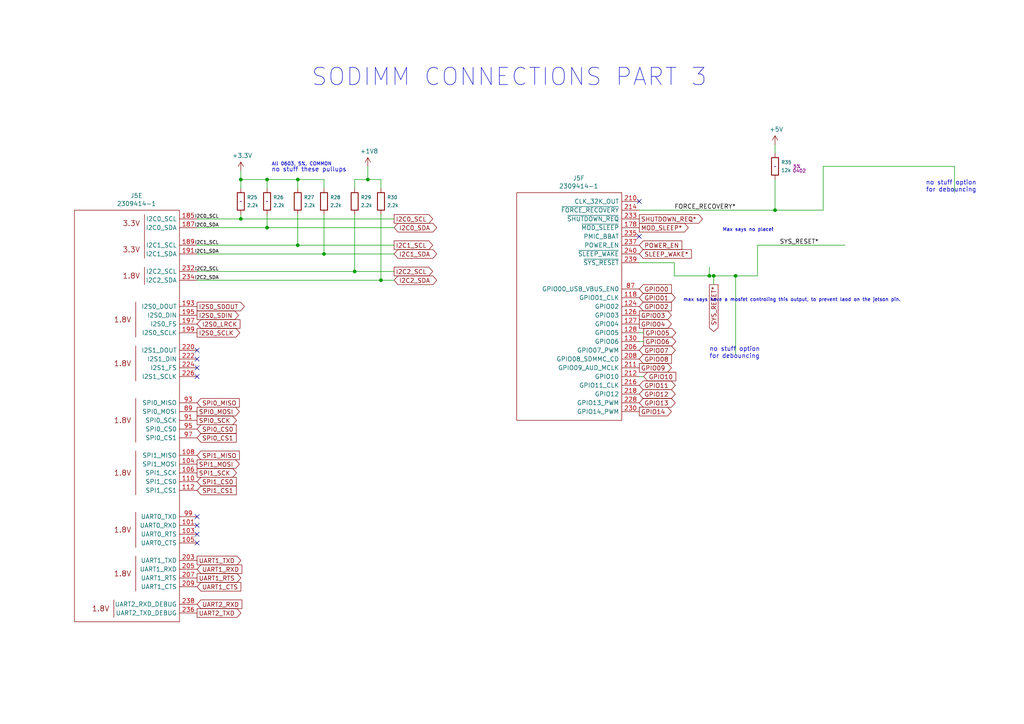
<source format=kicad_sch>
(kicad_sch (version 20231120) (generator "eeschema") (generator_version "8.0")
  (paper "A4")
  (title_block (title "Open Source Educational Baseboard") (date "2020-06-30") (rev "1.1") (company "NVIDIA"))
  (lib_symbols
    (symbol "CustomSymbols:SODIMM_260" (pin_names (offset 0.762))
      (property "Reference" "J" (at -8.89 7.62 0))
      (property "Value" "SODIMM_260" (at -8.89 5.08 0))
      (symbol "SODIMM_260_1_0"
        (pin input line (at 20.32 -27.94 180) (length 5.08) (name "PCIE0_RX0_N") (number "131"))
        (pin input line (at 20.32 -25.4 180) (length 5.08) (name "PCIE0_RX0_P") (number "133"))
        (pin output line (at 20.32 -5.08 180) (length 5.08) (name "PCIE0_TX0_N") (number "134"))
        (pin output line (at 20.32 -2.54 180) (length 5.08) (name "PCIE0_TX0_P") (number "136"))
        (pin input line (at 20.32 -33.02 180) (length 5.08) (name "PCIE0_RX1_N") (number "137"))
        (pin input line (at 20.32 -30.48 180) (length 5.08) (name "PCIE0_RX1_P") (number "139"))
        (pin output line (at 20.32 -10.16 180) (length 5.08) (name "PCIE0_TX1_N") (number "140"))
        (pin output line (at 20.32 -7.62 180) (length 5.08) (name "PCIE0_TX1_P") (number "142"))
        (pin output line (at 20.32 -15.24 180) (length 5.08) (name "PCIE0_TX2_N") (number "148"))
        (pin input line (at 20.32 -38.1 180) (length 5.08) (name "PCIE0_RX2_N") (number "149"))
        (pin output line (at 20.32 -12.7 180) (length 5.08) (name "PCIE0_TX2_P") (number "150"))
        (pin input line (at 20.32 -35.56 180) (length 5.08) (name "PCIE0_RX2_P") (number "151"))
        (pin output line (at 20.32 -20.32 180) (length 5.08) (name "PCIE0_TX3_N") (number "154"))
        (pin input line (at 20.32 -43.18 180) (length 5.08) (name "PCIE0_RX3_N") (number "155"))
        (pin output line (at 20.32 -17.78 180) (length 5.08) (name "PCIE0_TX3_P") (number "156"))
        (pin input line (at 20.32 -40.64 180) (length 5.08) (name "PCIE0_RX3_P") (number "157"))
        (pin output line (at 20.32 -50.8 180) (length 5.08) (name "PCIE0_CLK_N") (number "160"))
        (pin output line (at 20.32 -48.26 180) (length 5.08) (name "PCIE0_CLK_P") (number "162"))
        (pin no_connect line (at 20.32 -76.2 180) (length 5.08) (name "RSVD_PCIE1_RX0_N") (number "167"))
        (pin no_connect line (at 20.32 -73.66 180) (length 5.08) (name "RSVD_PCIE1_RX0_P") (number "169"))
        (pin no_connect line (at 20.32 -68.58 180) (length 5.08) (name "RSVD_PCIE1_TX0_N") (number "172"))
        (pin no_connect line (at 20.32 -81.28 180) (length 5.08) (name "RSVD_PCIE1_CLK_N") (number "173"))
        (pin no_connect line (at 20.32 -71.12 180) (length 5.08) (name "RSVD_PCIE1_TX0_P") (number "174"))
        (pin no_connect line (at 20.32 -78.74 180) (length 5.08) (name "RSVD_PCIE1_CLK_P") (number "175"))
        (pin input line (at 20.32 -60.96 180) (length 5.08) (name "~{PCIE_WAKE}") (number "179"))
        (pin bidirectional line (at 20.32 -58.42 180) (length 5.08) (name "~{PCIE0_CLKREQ}") (number "180"))
        (pin output line (at 20.32 -55.88 180) (length 5.08) (name "~{PCIE0_RST}") (number "181"))
        (pin no_connect line (at 20.32 -86.36 180) (length 5.08) (name "RSVD_PCIE1_CLKREQ#") (number "182"))
        (pin no_connect line (at 20.32 -83.82 180) (length 5.08) (name "RSVD_PCIE1_RST#") (number "183"))
      )
      (symbol "SODIMM_260_1_1"
        (rectangle (start 15.24 0) (end -15.24 -88.9))
      )
      (symbol "SODIMM_260_2_0"
        (pin bidirectional line (at 20.32 -66.04 180) (length 5.08) (name "DP1_AUX_P") (number "100"))
        (pin output line (at 20.32 -5.08 180) (length 5.08) (name "DP0_TXD0_N") (number "39"))
        (pin output line (at 20.32 -2.54 180) (length 5.08) (name "DP0_TXD0_P") (number "41"))
        (pin output line (at 20.32 -10.16 180) (length 5.08) (name "DP0_TXD1_N") (number "45"))
        (pin output line (at 20.32 -7.62 180) (length 5.08) (name "DP0_TXD1_P") (number "47"))
        (pin output line (at 20.32 -15.24 180) (length 5.08) (name "DP0_TXD2_N") (number "51"))
        (pin output line (at 20.32 -12.7 180) (length 5.08) (name "DP0_TXD2_P") (number "53"))
        (pin output line (at 20.32 -22.86 180) (length 5.08) (name "DP0_TXD3_N") (number "57"))
        (pin output line (at 20.32 -17.78 180) (length 5.08) (name "DP0_TXD3_P") (number "59"))
        (pin output line (at 20.32 -45.72 180) (length 5.08) (name "DP1_TXD0_N") (number "63"))
        (pin output line (at 20.32 -43.18 180) (length 5.08) (name "DP1_TXD0_P") (number "65"))
        (pin output line (at 20.32 -50.8 180) (length 5.08) (name "DP1_TXD1_N") (number "69"))
        (pin output line (at 20.32 -83.82 180) (length 5.08) (name "DSI_D0_N") (number "70"))
        (pin output line (at 20.32 -48.26 180) (length 5.08) (name "DP1_TXD1_P") (number "71"))
        (pin output line (at 20.32 -81.28 180) (length 5.08) (name "DSI_D0_P") (number "72"))
        (pin output line (at 20.32 -55.88 180) (length 5.08) (name "DP1_TXD2_N") (number "75"))
        (pin output line (at 20.32 -96.52 180) (length 5.08) (name "DSI_CLK_N") (number "76"))
        (pin output line (at 20.32 -53.34 180) (length 5.08) (name "DP1_TXD2_P") (number "77"))
        (pin output line (at 20.32 -93.98 180) (length 5.08) (name "DSI_CLK_P") (number "78"))
        (pin output line (at 20.32 -60.96 180) (length 5.08) (name "DP1_TXD3_N") (number "81"))
        (pin output line (at 20.32 -88.9 180) (length 5.08) (name "DSI_D1_N") (number "82"))
        (pin output line (at 20.32 -58.42 180) (length 5.08) (name "DP1_TXD3_P") (number "83"))
        (pin output line (at 20.32 -86.36 180) (length 5.08) (name "DSI_D1_P") (number "84"))
        (pin input line (at 20.32 -33.02 180) (length 5.08) (name "DP0_HPD") (number "88"))
        (pin bidirectional line (at 20.32 -27.94 180) (length 5.08) (name "DP0_AUX_N") (number "90"))
        (pin bidirectional line (at 20.32 -25.4 180) (length 5.08) (name "DP0_AUX_P") (number "92"))
        (pin bidirectional line (at 20.32 -35.56 180) (length 5.08) (name "HDMI_CEC") (number "94"))
        (pin input line (at 20.32 -73.66 180) (length 5.08) (name "DP1_HPD") (number "96"))
        (pin bidirectional line (at 20.32 -68.58 180) (length 5.08) (name "DP1_AUX_N") (number "98"))
      )
      (symbol "SODIMM_260_2_1"
        (rectangle (start 15.24 0) (end -15.24 -99.06))
      )
      (symbol "SODIMM_260_3_0"
        (polyline (pts (xy 1.27 -138.43) (xy 1.27 -143.51)))
        (polyline (pts (xy 1.27 -125.73) (xy 1.27 -135.89)))
        (text "1.8V" (at -2.54 -130.81 0) (effects (font (size 1.524 1.524))))
        (text "3.3V" (at -2.54 -140.97 0) (effects (font (size 1.524 1.524))))
        (pin input line (at 20.32 -17.78 180) (length 5.08) (name "CSI0_CLK_N") (number "10"))
        (pin no_connect line (at 20.32 -38.1 180) (length 5.08) (name "RSVD_CSI1_CLK_P") (number "11"))
        (pin output line (at 20.32 -129.54 180) (length 5.08) (name "CAM0_PWDN") (number "114"))
        (pin output line (at 20.32 -127 180) (length 5.08) (name "CAM0_MCLK") (number "116"))
        (pin input line (at 20.32 -15.24 180) (length 5.08) (name "CSI0_CLK_P") (number "12"))
        (pin output line (at 20.32 -134.62 180) (length 5.08) (name "CAM1_PWDN") (number "120"))
        (pin output line (at 20.32 -132.08 180) (length 5.08) (name "CAM1_MCLK") (number "122"))
        (pin input line (at 20.32 -33.02 180) (length 5.08) (name "CSI1_D1_N") (number "15"))
        (pin input line (at 20.32 -10.16 180) (length 5.08) (name "CSI0_D1_N") (number "16"))
        (pin input line (at 20.32 -30.48 180) (length 5.08) (name "CSI1_D1_P") (number "17"))
        (pin input line (at 20.32 -7.62 180) (length 5.08) (name "CSI0_D1_P") (number "18"))
        (pin input line (at 20.32 -73.66 180) (length 5.08) (name "CSI3_D0_N") (number "21"))
        (pin bidirectional line (at 20.32 -139.7 180) (length 5.08) (name "CAM_I2C_SCL") (number "213"))
        (pin bidirectional line (at 20.32 -142.24 180) (length 5.08) (name "CAM_I2C_SDA") (number "215"))
        (pin input line (at 20.32 -50.8 180) (length 5.08) (name "CSI2_D0_N") (number "22"))
        (pin input line (at 20.32 -71.12 180) (length 5.08) (name "CSI3_D0_P") (number "23"))
        (pin input line (at 20.32 -48.26 180) (length 5.08) (name "CSI2_D0_P") (number "24"))
        (pin input line (at 20.32 -86.36 180) (length 5.08) (name "CSI3_CLK_N") (number "27"))
        (pin input line (at 20.32 -63.5 180) (length 5.08) (name "CSI2_CLK_N") (number "28"))
        (pin input line (at 20.32 -83.82 180) (length 5.08) (name "CSI3_CLK_P") (number "29"))
        (pin input line (at 20.32 -27.94 180) (length 5.08) (name "CSI1_D0_N") (number "3"))
        (pin input line (at 20.32 -60.96 180) (length 5.08) (name "CSI2_CLK_P") (number "30"))
        (pin input line (at 20.32 -78.74 180) (length 5.08) (name "CSI3_D1_N") (number "33"))
        (pin input line (at 20.32 -55.88 180) (length 5.08) (name "CSI2_D1_N") (number "34"))
        (pin input line (at 20.32 -76.2 180) (length 5.08) (name "CSI3_D1_P") (number "35"))
        (pin input line (at 20.32 -53.34 180) (length 5.08) (name "CSI2_D1_P") (number "36"))
        (pin input line (at 20.32 -5.08 180) (length 5.08) (name "CSI0_D0_N") (number "4"))
        (pin input line (at 20.32 -106.68 180) (length 5.08) (name "CSI4_D2_N") (number "40"))
        (pin input line (at 20.32 -104.14 180) (length 5.08) (name "CSI4_D2_P") (number "42"))
        (pin input line (at 20.32 -96.52 180) (length 5.08) (name "CSI4_D0_N") (number "46"))
        (pin input line (at 20.32 -93.98 180) (length 5.08) (name "CSI4_D0_P") (number "48"))
        (pin input line (at 20.32 -25.4 180) (length 5.08) (name "CSI1_D0_P") (number "5"))
        (pin input line (at 20.32 -119.38 180) (length 5.08) (name "CSI4_CLK_N") (number "52"))
        (pin input line (at 20.32 -116.84 180) (length 5.08) (name "CSI4_CLK_P") (number "54"))
        (pin input line (at 20.32 -101.6 180) (length 5.08) (name "CSI4_D1_N") (number "58"))
        (pin input line (at 20.32 -2.54 180) (length 5.08) (name "CSI0_D0_P") (number "6"))
        (pin input line (at 20.32 -99.06 180) (length 5.08) (name "CSI4_D1_P") (number "60"))
        (pin input line (at 20.32 -111.76 180) (length 5.08) (name "CSI4_D3_N") (number "64"))
        (pin input line (at 20.32 -109.22 180) (length 5.08) (name "CSI4_D3_P") (number "66"))
        (pin no_connect line (at 20.32 -40.64 180) (length 5.08) (name "RSVD_CSI1_CLK_N") (number "9"))
      )
      (symbol "SODIMM_260_3_1"
        (rectangle (start 15.24 0) (end -15.24 -144.78))
      )
      (symbol "SODIMM_260_4_0"
        (pin bidirectional line (at 20.32 -58.42 180) (length 5.08) (name "USB0_D_N") (number "109"))
        (pin bidirectional line (at 20.32 -55.88 180) (length 5.08) (name "USB0_D_P") (number "111"))
        (pin bidirectional line (at 20.32 -66.04 180) (length 5.08) (name "USB1_D_N") (number "115"))
        (pin bidirectional line (at 20.32 -63.5 180) (length 5.08) (name "USB1_D_P") (number "117"))
        (pin bidirectional line (at 20.32 -73.66 180) (length 5.08) (name "USB2_D_N") (number "121"))
        (pin bidirectional line (at 20.32 -71.12 180) (length 5.08) (name "USB2_D_P") (number "123"))
        (pin no_connect line (at 20.32 -101.6 180) (length 5.08) (name "RSVD_CAN_RX") (number "143"))
        (pin no_connect line (at 20.32 -99.06 180) (length 5.08) (name "RSVD_CAN_TX") (number "145"))
        (pin input line (at 20.32 -91.44 180) (length 5.08) (name "USBSS_RX_N") (number "161"))
        (pin input line (at 20.32 -88.9 180) (length 5.08) (name "USBSS_RX_P") (number "163"))
        (pin output line (at 20.32 -83.82 180) (length 5.08) (name "USBSS_TX_N") (number "166"))
        (pin output line (at 20.32 -81.28 180) (length 5.08) (name "USBSS_TX_P") (number "168"))
        (pin bidirectional line (at 20.32 -5.08 180) (length 5.08) (name "GBE_MDI0_N") (number "184"))
        (pin bidirectional line (at 20.32 -2.54 180) (length 5.08) (name "GBE_MDI0_P") (number "186"))
        (pin output line (at 20.32 -25.4 180) (length 5.08) (name "GBE_LED_LINK") (number "188"))
        (pin bidirectional line (at 20.32 -10.16 180) (length 5.08) (name "GBE_MDI1_N") (number "190"))
        (pin bidirectional line (at 20.32 -7.62 180) (length 5.08) (name "GBE_MDI1_P") (number "192"))
        (pin output line (at 20.32 -27.94 180) (length 5.08) (name "GBE_LED_ACT") (number "194"))
        (pin bidirectional line (at 20.32 -15.24 180) (length 5.08) (name "GBE_MDI2_N") (number "196"))
        (pin bidirectional line (at 20.32 -12.7 180) (length 5.08) (name "GBE_MDI2_P") (number "198"))
        (pin bidirectional line (at 20.32 -20.32 180) (length 5.08) (name "GBE_MDI3_N") (number "202"))
        (pin bidirectional line (at 20.32 -17.78 180) (length 5.08) (name "GBE_MDI3_P") (number "204"))
        (pin bidirectional line (at 20.32 -35.56 180) (length 5.08) (name "SDMMC_DAT0") (number "219"))
        (pin bidirectional line (at 20.32 -38.1 180) (length 5.08) (name "SDMMC_DAT1") (number "221"))
        (pin bidirectional line (at 20.32 -40.64 180) (length 5.08) (name "SDMMC_DAT2") (number "223"))
        (pin bidirectional line (at 20.32 -43.18 180) (length 5.08) (name "SDMMC_DAT3") (number "225"))
        (pin bidirectional line (at 20.32 -45.72 180) (length 5.08) (name "SDMMC_CMD") (number "227"))
        (pin output line (at 20.32 -48.26 180) (length 5.08) (name "SDMMC_CLK") (number "229"))
      )
      (symbol "SODIMM_260_4_1"
        (rectangle (start 15.24 0) (end -15.24 -104.14))
      )
      (symbol "SODIMM_260_5_0"
        (polyline (pts (xy -3.81 -113.03) (xy -3.81 -118.11)))
        (polyline (pts (xy 2.54 -100.33) (xy 2.54 -110.49)))
        (polyline (pts (xy 2.54 -87.63) (xy 2.54 -97.79)))
        (polyline (pts (xy 2.54 -69.85) (xy 2.54 -82.55)))
        (polyline (pts (xy 2.54 -54.61) (xy 2.54 -67.31)))
        (polyline (pts (xy 2.54 -39.37) (xy 2.54 -49.53)))
        (polyline (pts (xy 2.54 -26.67) (xy 2.54 -36.83)))
        (polyline (pts (xy 5.08 -16.51) (xy 5.08 -21.59)))
        (polyline (pts (xy 5.08 -1.27) (xy 5.08 -13.97)))
        (text "1.8V" (at -7.62 -115.57 0) (effects (font (size 1.524 1.524))))
        (text "1.8V" (at -1.27 -105.41 0) (effects (font (size 1.524 1.524))))
        (text "1.8V" (at -1.27 -92.71 0) (effects (font (size 1.524 1.524))))
        (text "1.8V" (at -1.27 -76.2 0) (effects (font (size 1.524 1.524))))
        (text "1.8V" (at -1.27 -60.96 0) (effects (font (size 1.524 1.524))))
        (text "1.8V" (at -1.27 -44.45 0) (effects (font (size 1.524 1.524))))
        (text "1.8V" (at -1.27 -31.75 0) (effects (font (size 1.524 1.524))))
        (text "1.8V" (at 1.27 -19.05 0) (effects (font (size 1.524 1.524))))
        (text "3.3V" (at 1.27 -11.43 0) (effects (font (size 1.524 1.524))))
        (text "3.3V" (at 1.27 -3.81 0) (effects (font (size 1.524 1.524))))
        (pin input line (at 20.32 -91.44 180) (length 5.08) (name "UART0_RXD") (number "101"))
        (pin output line (at 20.32 -93.98 180) (length 5.08) (name "UART0_RTS") (number "103"))
        (pin bidirectional line (at 20.32 -73.66 180) (length 5.08) (name "SPI1_MOSI") (number "104"))
        (pin input line (at 20.32 -96.52 180) (length 5.08) (name "UART0_CTS") (number "105"))
        (pin bidirectional line (at 20.32 -76.2 180) (length 5.08) (name "SPI1_SCK") (number "106"))
        (pin bidirectional line (at 20.32 -71.12 180) (length 5.08) (name "SPI1_MISO") (number "108"))
        (pin bidirectional line (at 20.32 -78.74 180) (length 5.08) (name "SPI1_CS0") (number "110"))
        (pin bidirectional line (at 20.32 -81.28 180) (length 5.08) (name "SPI1_CS1") (number "112"))
        (pin bidirectional line (at 20.32 -2.54 180) (length 5.08) (name "I2C0_SCL") (number "185"))
        (pin bidirectional line (at 20.32 -5.08 180) (length 5.08) (name "I2C0_SDA") (number "187"))
        (pin bidirectional line (at 20.32 -10.16 180) (length 5.08) (name "I2C1_SCL") (number "189"))
        (pin bidirectional line (at 20.32 -12.7 180) (length 5.08) (name "I2C1_SDA") (number "191"))
        (pin passive line (at 20.32 -27.94 180) (length 5.08) (name "I2S0_DOUT") (number "193"))
        (pin input line (at 20.32 -30.48 180) (length 5.08) (name "I2S0_DIN") (number "195"))
        (pin bidirectional line (at 20.32 -33.02 180) (length 5.08) (name "I2S0_FS") (number "197"))
        (pin bidirectional line (at 20.32 -35.56 180) (length 5.08) (name "I2S0_SCLK") (number "199"))
        (pin output line (at 20.32 -101.6 180) (length 5.08) (name "UART1_TXD") (number "203"))
        (pin input line (at 20.32 -104.14 180) (length 5.08) (name "UART1_RXD") (number "205"))
        (pin output line (at 20.32 -106.68 180) (length 5.08) (name "UART1_RTS") (number "207"))
        (pin input line (at 20.32 -109.22 180) (length 5.08) (name "UART1_CTS") (number "209"))
        (pin output line (at 20.32 -40.64 180) (length 5.08) (name "I2S1_DOUT") (number "220"))
        (pin input line (at 20.32 -43.18 180) (length 5.08) (name "I2S1_DIN") (number "222"))
        (pin bidirectional line (at 20.32 -45.72 180) (length 5.08) (name "I2S1_FS") (number "224"))
        (pin bidirectional line (at 20.32 -48.26 180) (length 5.08) (name "I2S1_SCLK") (number "226"))
        (pin bidirectional line (at 20.32 -17.78 180) (length 5.08) (name "I2C2_SCL") (number "232"))
        (pin bidirectional line (at 20.32 -20.32 180) (length 5.08) (name "I2C2_SDA") (number "234"))
        (pin output line (at 20.32 -116.84 180) (length 5.08) (name "UART2_TXD_DEBUG") (number "236"))
        (pin input line (at 20.32 -114.3 180) (length 5.08) (name "UART2_RXD_DEBUG") (number "238"))
        (pin bidirectional line (at 20.32 -58.42 180) (length 5.08) (name "SPI0_MOSI") (number "89"))
        (pin bidirectional line (at 20.32 -60.96 180) (length 5.08) (name "SPI0_SCK") (number "91"))
        (pin bidirectional line (at 20.32 -55.88 180) (length 5.08) (name "SPI0_MISO") (number "93"))
        (pin bidirectional line (at 20.32 -63.5 180) (length 5.08) (name "SPI0_CS0") (number "95"))
        (pin bidirectional line (at 20.32 -66.04 180) (length 5.08) (name "SPI0_CS1") (number "97"))
        (pin output line (at 20.32 -88.9 180) (length 5.08) (name "UART0_TXD") (number "99"))
      )
      (symbol "SODIMM_260_5_1"
        (rectangle (start 15.24 0) (end -15.24 -119.38))
      )
      (symbol "SODIMM_260_6_0"
        (pin bidirectional line (at 20.32 -30.48 180) (length 5.08) (name "GPIO01_CLK") (number "118"))
        (pin bidirectional line (at 20.32 -33.02 180) (length 5.08) (name "GPIO02") (number "124"))
        (pin bidirectional line (at 20.32 -35.56 180) (length 5.08) (name "GPIO03") (number "126"))
        (pin bidirectional line (at 20.32 -38.1 180) (length 5.08) (name "GPIO04") (number "127"))
        (pin bidirectional line (at 20.32 -40.64 180) (length 5.08) (name "GPIO05") (number "128"))
        (pin bidirectional line (at 20.32 -43.18 180) (length 5.08) (name "GPIO06") (number "130"))
        (pin output line (at 20.32 -10.16 180) (length 5.08) (name "~{MOD_SLEEP}") (number "178"))
        (pin bidirectional line (at 20.32 -45.72 180) (length 5.08) (name "GPIO07_PWM") (number "206"))
        (pin bidirectional line (at 20.32 -48.26 180) (length 5.08) (name "GPIO08_SDMMC_CD") (number "208"))
        (pin output line (at 20.32 -2.54 180) (length 5.08) (name "CLK_32K_OUT") (number "210"))
        (pin bidirectional line (at 20.32 -50.8 180) (length 5.08) (name "GPIO09_AUD_MCLK") (number "211"))
        (pin bidirectional line (at 20.32 -53.34 180) (length 5.08) (name "GPIO10") (number "212"))
        (pin input line (at 20.32 -5.08 180) (length 5.08) (name "~{FORCE_RECOVERY}") (number "214"))
        (pin bidirectional line (at 20.32 -55.88 180) (length 5.08) (name "GPIO11_CLK") (number "216"))
        (pin bidirectional line (at 20.32 -58.42 180) (length 5.08) (name "GPIO12") (number "218"))
        (pin bidirectional line (at 20.32 -60.96 180) (length 5.08) (name "GPIO13_PWM") (number "228"))
        (pin bidirectional line (at 20.32 -63.5 180) (length 5.08) (name "GPIO14_PWM") (number "230"))
        (pin output line (at 20.32 -7.62 180) (length 5.08) (name "~{SHUTDOWN_REQ}") (number "233"))
        (pin bidirectional line (at 20.32 -12.7 180) (length 5.08) (name "PMIC_BBAT") (number "235"))
        (pin input line (at 20.32 -15.24 180) (length 5.08) (name "POWER_EN") (number "237"))
        (pin bidirectional line (at 20.32 -20.32 180) (length 5.08) (name "~{SYS_RESET}") (number "239"))
        (pin output line (at 20.32 -17.78 180) (length 5.08) (name "~{SLEEP_WAKE}") (number "240"))
        (pin bidirectional line (at 20.32 -27.94 180) (length 5.08) (name "GPIO00_USB_VBUS_EN0") (number "87"))
      )
      (symbol "SODIMM_260_6_1"
        (rectangle (start 15.24 0) (end -15.24 -66.04))
      )
      (symbol "SODIMM_260_7_0"
        (pin power_in line (at 20.32 -2.54 180) (length 5.08) (name "GND") (number "1"))
        (pin power_in line (at 20.32 -78.74 180) (length 5.08) (name "GND") (number "102"))
        (pin power_in line (at 20.32 -81.28 180) (length 5.08) (name "GND") (number "107"))
        (pin power_in line (at 20.32 -83.82 180) (length 5.08) (name "GND") (number "113"))
        (pin power_in line (at 20.32 -86.36 180) (length 5.08) (name "GND") (number "119"))
        (pin power_in line (at 20.32 -88.9 180) (length 5.08) (name "GND") (number "125"))
        (pin power_in line (at 20.32 -91.44 180) (length 5.08) (name "GND") (number "129"))
        (pin power_in line (at 20.32 -12.7 180) (length 5.08) (name "GND") (number "13"))
        (pin power_in line (at 20.32 -93.98 180) (length 5.08) (name "GND") (number "132"))
        (pin power_in line (at 20.32 -96.52 180) (length 5.08) (name "GND") (number "135"))
        (pin power_in line (at 20.32 -99.06 180) (length 5.08) (name "GND") (number "138"))
        (pin power_in line (at 20.32 -15.24 180) (length 5.08) (name "GND") (number "14"))
        (pin power_in line (at 20.32 -101.6 180) (length 5.08) (name "GND") (number "141"))
        (pin power_in line (at 20.32 -104.14 180) (length 5.08) (name "GND") (number "144"))
        (pin power_in line (at 20.32 -106.68 180) (length 5.08) (name "GND") (number "146"))
        (pin power_in line (at 20.32 -109.22 180) (length 5.08) (name "GND") (number "147"))
        (pin power_in line (at 20.32 -111.76 180) (length 5.08) (name "GND") (number "152"))
        (pin power_in line (at 20.32 -114.3 180) (length 5.08) (name "GND") (number "153"))
        (pin power_in line (at 20.32 -116.84 180) (length 5.08) (name "GND") (number "158"))
        (pin power_in line (at 20.32 -119.38 180) (length 5.08) (name "GND") (number "159"))
        (pin power_in line (at 20.32 -121.92 180) (length 5.08) (name "GND") (number "164"))
        (pin power_in line (at 20.32 -124.46 180) (length 5.08) (name "GND") (number "165"))
        (pin power_in line (at 20.32 -127 180) (length 5.08) (name "GND") (number "170"))
        (pin power_in line (at 20.32 -129.54 180) (length 5.08) (name "GND") (number "171"))
        (pin power_in line (at 20.32 -132.08 180) (length 5.08) (name "GND") (number "176"))
        (pin power_in line (at 20.32 -134.62 180) (length 5.08) (name "GND") (number "177"))
        (pin power_in line (at 20.32 -17.78 180) (length 5.08) (name "GND") (number "19"))
        (pin power_in line (at 20.32 -5.08 180) (length 5.08) (name "GND") (number "2"))
        (pin power_in line (at 20.32 -20.32 180) (length 5.08) (name "GND") (number "20"))
        (pin power_in line (at 20.32 -137.16 180) (length 5.08) (name "GND") (number "200"))
        (pin power_in line (at 20.32 -139.7 180) (length 5.08) (name "GND") (number "201"))
        (pin power_in line (at 20.32 -142.24 180) (length 5.08) (name "GND") (number "217"))
        (pin power_in line (at 20.32 -144.78 180) (length 5.08) (name "GND") (number "231"))
        (pin power_in line (at 20.32 -22.86 180) (length 5.08) (name "GND") (number "25"))
        (pin power_in line (at 20.32 -25.4 180) (length 5.08) (name "GND") (number "26"))
        (pin power_in line (at 20.32 -27.94 180) (length 5.08) (name "GND") (number "31"))
        (pin power_in line (at 20.32 -30.48 180) (length 5.08) (name "GND") (number "32"))
        (pin power_in line (at 20.32 -33.02 180) (length 5.08) (name "GND") (number "37"))
        (pin power_in line (at 20.32 -35.56 180) (length 5.08) (name "GND") (number "38"))
        (pin power_in line (at 20.32 -38.1 180) (length 5.08) (name "GND") (number "43"))
        (pin power_in line (at 20.32 -40.64 180) (length 5.08) (name "GND") (number "44"))
        (pin power_in line (at 20.32 -43.18 180) (length 5.08) (name "GND") (number "49"))
        (pin power_in line (at 20.32 -45.72 180) (length 5.08) (name "GND") (number "50"))
        (pin power_in line (at 20.32 -48.26 180) (length 5.08) (name "GND") (number "55"))
        (pin power_in line (at 20.32 -50.8 180) (length 5.08) (name "GND") (number "56"))
        (pin power_in line (at 20.32 -53.34 180) (length 5.08) (name "GND") (number "61"))
        (pin power_in line (at 20.32 -55.88 180) (length 5.08) (name "GND") (number "62"))
        (pin power_in line (at 20.32 -58.42 180) (length 5.08) (name "GND") (number "67"))
        (pin power_in line (at 20.32 -60.96 180) (length 5.08) (name "GND") (number "68"))
        (pin power_in line (at 20.32 -7.62 180) (length 5.08) (name "GND") (number "7"))
        (pin power_in line (at 20.32 -63.5 180) (length 5.08) (name "GND") (number "73"))
        (pin power_in line (at 20.32 -66.04 180) (length 5.08) (name "GND") (number "74"))
        (pin power_in line (at 20.32 -68.58 180) (length 5.08) (name "GND") (number "79"))
        (pin power_in line (at 20.32 -10.16 180) (length 5.08) (name "GND") (number "8"))
        (pin power_in line (at 20.32 -71.12 180) (length 5.08) (name "GND") (number "80"))
        (pin power_in line (at 20.32 -73.66 180) (length 5.08) (name "GND") (number "85"))
        (pin power_in line (at 20.32 -76.2 180) (length 5.08) (name "GND") (number "86"))
      )
      (symbol "SODIMM_260_7_1"
        (rectangle (start 15.24 0) (end -15.24 -147.32))
      )
      (symbol "SODIMM_260_8_0"
        (pin power_in line (at 20.32 -33.02 180) (length 5.08) (name "GND") (number "241"))
        (pin power_in line (at 20.32 -35.56 180) (length 5.08) (name "GND") (number "242"))
        (pin power_in line (at 20.32 -38.1 180) (length 5.08) (name "GND") (number "243"))
        (pin power_in line (at 20.32 -40.64 180) (length 5.08) (name "GND") (number "244"))
        (pin power_in line (at 20.32 -43.18 180) (length 5.08) (name "GND") (number "245"))
        (pin power_in line (at 20.32 -45.72 180) (length 5.08) (name "GND") (number "246"))
        (pin power_in line (at 20.32 -48.26 180) (length 5.08) (name "GND") (number "247"))
        (pin power_in line (at 20.32 -50.8 180) (length 5.08) (name "GND") (number "248"))
        (pin power_in line (at 20.32 -53.34 180) (length 5.08) (name "GND") (number "249"))
        (pin power_in line (at 20.32 -55.88 180) (length 5.08) (name "GND") (number "250"))
        (pin power_in line (at 20.32 -2.54 180) (length 5.08) (name "VDD") (number "251"))
        (pin power_in line (at 20.32 -5.08 180) (length 5.08) (name "VDD") (number "252"))
        (pin power_in line (at 20.32 -7.62 180) (length 5.08) (name "VDD") (number "253"))
        (pin power_in line (at 20.32 -10.16 180) (length 5.08) (name "VDD") (number "254"))
        (pin power_in line (at 20.32 -12.7 180) (length 5.08) (name "VDD") (number "255"))
        (pin power_in line (at 20.32 -15.24 180) (length 5.08) (name "VDD") (number "256"))
        (pin power_in line (at 20.32 -17.78 180) (length 5.08) (name "VDD") (number "257"))
        (pin power_in line (at 20.32 -20.32 180) (length 5.08) (name "VDD") (number "258"))
        (pin power_in line (at 20.32 -22.86 180) (length 5.08) (name "VDD") (number "259"))
        (pin power_in line (at 20.32 -25.4 180) (length 5.08) (name "VDD") (number "260"))
      )
      (symbol "SODIMM_260_8_1"
        (rectangle (start 15.24 0) (end -15.24 -58.42))
      )
    )
    (symbol "Device:R" (pin_numbers hide) (pin_names (offset 0))
      (property "Reference" "R" (at 2.032 0 90))
      (property "Value" "R" (at 0 0 90))
      (symbol "R_0_1"
        (rectangle (start -1.016 -2.54) (end 1.016 2.54) (stroke (width 0.254)))
      )
      (symbol "R_1_1"
        (pin passive line (at 0 3.81 270) (length 1.27) (name "~") (number "1"))
        (pin passive line (at 0 -3.81 90) (length 1.27) (name "~") (number "2"))
      )
    )
    (symbol "power:+1V8" (power) (pin_names (offset 0))
      (property "Value" "+1V8" (at 0 3.556 0))
      (symbol "+1V8_0_1"
        (polyline (pts (xy -0.762 1.27) (xy 0 2.54)))
        (polyline (pts (xy 0 0) (xy 0 2.54)))
        (polyline (pts (xy 0 2.54) (xy 0.762 1.27)))
      )
      (symbol "+1V8_1_1"
        (pin power_in line (at 0 0 90) (length 0) hide (name "+1V8") (number "1"))
      )
    )
    (symbol "power:+3.3V" (power) (pin_names (offset 0))
      (property "Value" "+3.3V" (at 0 3.556 0))
      (symbol "+3.3V_0_1"
        (polyline (pts (xy -0.762 1.27) (xy 0 2.54)))
        (polyline (pts (xy 0 0) (xy 0 2.54)))
        (polyline (pts (xy 0 2.54) (xy 0.762 1.27)))
      )
      (symbol "+3.3V_1_1"
        (pin power_in line (at 0 0 90) (length 0) hide (name "+3.3V") (number "1"))
      )
    )
    (symbol "power:+5V" (power) (pin_names (offset 0))
      (property "Value" "+5V" (at 0 3.556 0))
      (symbol "+5V_0_1"
        (polyline (pts (xy -0.762 1.27) (xy 0 2.54)))
        (polyline (pts (xy 0 0) (xy 0 2.54)))
        (polyline (pts (xy 0 2.54) (xy 0.762 1.27)))
      )
      (symbol "+5V_1_1"
        (pin power_in line (at 0 0 90) (length 0) hide (name "+5V") (number "1"))
      )
    )
  )
  (junction (at 86.36 71.12))
  (junction (at 224.79 60.96))
  (junction (at 213.36 80.01))
  (junction (at 207.01 80.01))
  (junction (at 69.85 63.5))
  (junction (at 110.49 81.28))
  (junction (at 102.87 78.74))
  (junction (at 69.85 52.07))
  (junction (at 77.47 52.07))
  (junction (at 77.47 66.04))
  (junction (at 93.98 73.66))
  (junction (at 86.36 52.07))
  (junction (at 106.68 52.07))
  (junction (at 205.74 80.01))
  (no_connect (at 57.15 109.22))
  (no_connect (at 57.15 149.86))
  (no_connect (at 57.15 101.6))
  (no_connect (at 57.15 104.14))
  (no_connect (at 185.42 68.58))
  (no_connect (at 57.15 157.48))
  (no_connect (at 57.15 152.4))
  (no_connect (at 185.42 58.42))
  (no_connect (at 57.15 154.94))
  (no_connect (at 57.15 106.68))
  (wire (pts (xy 57.15 73.66) (xy 93.98 73.66)))
  (wire (pts (xy 69.85 52.07) (xy 77.47 52.07)))
  (wire (pts (xy 86.36 54.61) (xy 86.36 52.07)))
  (wire (pts (xy 93.98 52.07) (xy 93.98 54.61)))
  (wire (pts (xy 57.15 78.74) (xy 102.87 78.74)))
  (wire (pts (xy 77.47 66.04) (xy 114.3 66.04)))
  (wire (pts (xy 86.36 62.23) (xy 86.36 71.12)))
  (wire (pts (xy 186.69 96.52) (xy 185.42 96.52)))
  (wire (pts (xy 86.36 52.07) (xy 93.98 52.07)))
  (wire (pts (xy 77.47 62.23) (xy 77.47 66.04)))
  (wire (pts (xy 93.98 73.66) (xy 114.3 73.66)))
  (wire (pts (xy 186.69 99.06) (xy 185.42 99.06)))
  (wire (pts (xy 219.71 71.12) (xy 219.71 80.01)))
  (wire (pts (xy 57.15 81.28) (xy 110.49 81.28)))
  (wire (pts (xy 106.68 52.07) (xy 110.49 52.07)))
  (wire (pts (xy 185.42 76.2) (xy 195.58 76.2)))
  (wire (pts (xy 106.68 48.26) (xy 106.68 52.07)))
  (wire (pts (xy 77.47 54.61) (xy 77.47 52.07)))
  (wire (pts (xy 185.42 60.96) (xy 224.79 60.96)))
  (wire (pts (xy 102.87 54.61) (xy 102.87 52.07)))
  (wire (pts (xy 245.11 71.12) (xy 219.71 71.12)))
  (wire (pts (xy 77.47 52.07) (xy 86.36 52.07)))
  (wire (pts (xy 102.87 52.07) (xy 106.68 52.07)))
  (wire (pts (xy 110.49 52.07) (xy 110.49 54.61)))
  (wire (pts (xy 110.49 62.23) (xy 110.49 81.28)))
  (wire (pts (xy 224.79 60.96) (xy 238.76 60.96)))
  (wire (pts (xy 207.01 80.01) (xy 213.36 80.01)))
  (wire (pts (xy 102.87 62.23) (xy 102.87 78.74)))
  (wire (pts (xy 69.85 62.23) (xy 69.85 63.5)))
  (wire (pts (xy 205.74 80.01) (xy 207.01 80.01)))
  (wire (pts (xy 186.69 109.22) (xy 185.42 109.22)))
  (wire (pts (xy 57.15 66.04) (xy 77.47 66.04)))
  (wire (pts (xy 207.01 80.01) (xy 207.01 82.55)))
  (wire (pts (xy 224.79 52.07) (xy 224.79 60.96)))
  (wire (pts (xy 205.74 77.47) (xy 205.74 80.01)))
  (wire (pts (xy 69.85 52.07) (xy 69.85 54.61)))
  (wire (pts (xy 110.49 81.28) (xy 114.3 81.28)))
  (wire (pts (xy 86.36 71.12) (xy 114.3 71.12)))
  (wire (pts (xy 238.76 48.26) (xy 276.86 48.26)))
  (wire (pts (xy 69.85 49.53) (xy 69.85 52.07)))
  (wire (pts (xy 224.79 44.45) (xy 224.79 41.91)))
  (wire (pts (xy 213.36 80.01) (xy 219.71 80.01)))
  (wire (pts (xy 213.36 80.01) (xy 213.36 102.87)))
  (wire (pts (xy 195.58 76.2) (xy 195.58 80.01)))
  (wire (pts (xy 238.76 48.26) (xy 238.76 60.96)))
  (wire (pts (xy 93.98 62.23) (xy 93.98 73.66)))
  (wire (pts (xy 276.86 48.26) (xy 276.86 55.88)))
  (wire (pts (xy 57.15 71.12) (xy 86.36 71.12)))
  (wire (pts (xy 195.58 80.01) (xy 205.74 80.01)))
  (wire (pts (xy 69.85 63.5) (xy 114.3 63.5)))
  (wire (pts (xy 57.15 63.5) (xy 69.85 63.5)))
  (wire (pts (xy 102.87 78.74) (xy 114.3 78.74)))
  (text "Max says no place!" (at 209.55 67.31 0) (effects (font (size 0.9906 0.9906)) (justify left bottom)))
  (text "no stuff option\nfor debouncing\n" (at 205.74 104.14 0) (effects (font (size 1.27 1.27)) (justify left bottom)))
  (text "no stuff these pullups\n\n" (at 78.74 52.07 0) (effects (font (size 1.27 1.27)) (justify left bottom)))
  (text "All 0603, 5%, COMMON" (at 78.74 48.26 0) (effects (font (size 0.9906 0.9906)) (justify left bottom)))
  (text "no stuff option\nfor debouncing\n" (at 283.21 55.88 0) (effects (font (size 1.27 1.27)) (justify right bottom)))
  (text "max says have a mosfet controling this output, to prevent laod on the jetson pin." (at 198.12 87.63 0) (effects (font (size 0.9906 0.9906)) (justify left bottom)))
  (text "SODIMM CONNECTIONS PART 3" (at 90.17 25.4 0) (effects (font (size 5.0038 5.0038)) (justify left bottom)))
  (label "I2C1_SCL" (at 63.5 71.12 180) (effects (font (size 0.9906 0.9906))))
  (label "I2C0_SCL" (at 63.5 63.5 180) (effects (font (size 0.9906 0.9906))))
  (label "FORCE_RECOVERY*" (at 195.58 60.96 0))
  (label "I2C0_SDA" (at 63.5 66.04 180) (effects (font (size 0.9906 0.9906))))
  (label "I2C1_SDA" (at 63.5 73.66 180) (effects (font (size 0.9906 0.9906))))
  (label "I2C2_SDA" (at 63.5 81.28 180) (effects (font (size 0.9906 0.9906))))
  (label "I2C2_SCL" (at 63.5 78.74 180) (effects (font (size 0.9906 0.9906))))
  (label "SYS_RESET*" (at 237.49 71.12 180))
  (global_label "I2C2_SDA" (shape bidirectional) (at 114.3 81.28 0) (property "Intersheetrefs" "${INTERSHEET_REFS}" (effects (hide yes))))
  (global_label "I2S0_SDOUT" (shape output) (at 57.15 88.9 0) (property "Intersheetrefs" "${INTERSHEET_REFS}" (effects (hide yes))))
  (global_label "GPIO00" (shape input) (at 185.42 83.82 0) (property "Intersheetrefs" "${INTERSHEET_REFS}" (effects (hide yes))))
  (global_label "SYS_RESET*" (shape output) (at 207.01 82.55 270) (property "Intersheetrefs" "${INTERSHEET_REFS}" (effects (hide yes))))
  (global_label "I2C1_SDA" (shape bidirectional) (at 114.3 73.66 0) (property "Intersheetrefs" "${INTERSHEET_REFS}" (effects (hide yes))))
  (global_label "SPI1_SCK" (shape output) (at 57.15 137.16 0) (property "Intersheetrefs" "${INTERSHEET_REFS}" (effects (hide yes))))
  (global_label "GPIO08" (shape input) (at 185.42 104.14 0) (property "Intersheetrefs" "${INTERSHEET_REFS}" (effects (hide yes))))
  (global_label "SPI0_SCK" (shape output) (at 57.15 121.92 0) (property "Intersheetrefs" "${INTERSHEET_REFS}" (effects (hide yes))))
  (global_label "GPIO03" (shape output) (at 185.42 91.44 0) (property "Intersheetrefs" "${INTERSHEET_REFS}" (effects (hide yes))))
  (global_label "GPIO13" (shape bidirectional) (at 185.42 116.84 0) (property "Intersheetrefs" "${INTERSHEET_REFS}" (effects (hide yes))))
  (global_label "SPI1_CS1" (shape input) (at 57.15 142.24 0) (property "Intersheetrefs" "${INTERSHEET_REFS}" (effects (hide yes))))
  (global_label "GPIO04" (shape output) (at 185.42 93.98 0) (property "Intersheetrefs" "${INTERSHEET_REFS}" (effects (hide yes))))
  (global_label "UART1_RTS" (shape output) (at 57.15 167.64 0) (property "Intersheetrefs" "${INTERSHEET_REFS}" (effects (hide yes))))
  (global_label "GPIO02" (shape input) (at 185.42 88.9 0) (property "Intersheetrefs" "${INTERSHEET_REFS}" (effects (hide yes))))
  (global_label "I2C0_SDA" (shape bidirectional) (at 114.3 66.04 0) (property "Intersheetrefs" "${INTERSHEET_REFS}" (effects (hide yes))))
  (global_label "I2C1_SCL" (shape output) (at 114.3 71.12 0) (property "Intersheetrefs" "${INTERSHEET_REFS}" (effects (hide yes))))
  (global_label "UART1_TXD" (shape output) (at 57.15 162.56 0) (property "Intersheetrefs" "${INTERSHEET_REFS}" (effects (hide yes))))
  (global_label "POWER_EN" (shape input) (at 185.42 71.12 0) (property "Intersheetrefs" "${INTERSHEET_REFS}" (effects (hide yes))))
  (global_label "GPIO10" (shape input) (at 186.69 109.22 0) (property "Intersheetrefs" "${INTERSHEET_REFS}" (effects (hide yes))))
  (global_label "SPI0_CS1" (shape input) (at 57.15 127 0) (property "Intersheetrefs" "${INTERSHEET_REFS}" (effects (hide yes))))
  (global_label "GPIO01" (shape bidirectional) (at 185.42 86.36 0) (property "Intersheetrefs" "${INTERSHEET_REFS}" (effects (hide yes))))
  (global_label "UART1_CTS" (shape input) (at 57.15 170.18 0) (property "Intersheetrefs" "${INTERSHEET_REFS}" (effects (hide yes))))
  (global_label "GPIO06" (shape output) (at 186.69 99.06 0) (property "Intersheetrefs" "${INTERSHEET_REFS}" (effects (hide yes))))
  (global_label "UART2_RXD" (shape input) (at 57.15 175.26 0) (property "Intersheetrefs" "${INTERSHEET_REFS}" (effects (hide yes))))
  (global_label "UART1_RXD" (shape input) (at 57.15 165.1 0) (property "Intersheetrefs" "${INTERSHEET_REFS}" (effects (hide yes))))
  (global_label "I2S0_SCLK" (shape output) (at 57.15 96.52 0) (property "Intersheetrefs" "${INTERSHEET_REFS}" (effects (hide yes))))
  (global_label "GPIO05" (shape output) (at 186.69 96.52 0) (property "Intersheetrefs" "${INTERSHEET_REFS}" (effects (hide yes))))
  (global_label "GPIO07" (shape bidirectional) (at 185.42 101.6 0) (property "Intersheetrefs" "${INTERSHEET_REFS}" (effects (hide yes))))
  (global_label "MOD_SLEEP*" (shape output) (at 185.42 66.04 0) (property "Intersheetrefs" "${INTERSHEET_REFS}" (effects (hide yes))))
  (global_label "SPI1_MOSI" (shape output) (at 57.15 134.62 0) (property "Intersheetrefs" "${INTERSHEET_REFS}" (effects (hide yes))))
  (global_label "SPI0_CS0" (shape input) (at 57.15 124.46 0) (property "Intersheetrefs" "${INTERSHEET_REFS}" (effects (hide yes))))
  (global_label "I2S0_SDIN" (shape output) (at 57.15 91.44 0) (property "Intersheetrefs" "${INTERSHEET_REFS}" (effects (hide yes))))
  (global_label "SPI0_MOSI" (shape output) (at 57.15 119.38 0) (property "Intersheetrefs" "${INTERSHEET_REFS}" (effects (hide yes))))
  (global_label "I2C2_SCL" (shape output) (at 114.3 78.74 0) (property "Intersheetrefs" "${INTERSHEET_REFS}" (effects (hide yes))))
  (global_label "SLEEP_WAKE*" (shape input) (at 185.42 73.66 0) (property "Intersheetrefs" "${INTERSHEET_REFS}" (effects (hide yes))))
  (global_label "UART2_TXD" (shape output) (at 57.15 177.8 0) (property "Intersheetrefs" "${INTERSHEET_REFS}" (effects (hide yes))))
  (global_label "I2C0_SCL" (shape output) (at 114.3 63.5 0) (property "Intersheetrefs" "${INTERSHEET_REFS}" (effects (hide yes))))
  (global_label "SPI1_MISO" (shape input) (at 57.15 132.08 0) (property "Intersheetrefs" "${INTERSHEET_REFS}" (effects (hide yes))))
  (global_label "GPIO09" (shape output) (at 185.42 106.68 0) (property "Intersheetrefs" "${INTERSHEET_REFS}" (effects (hide yes))))
  (global_label "GPIO12" (shape bidirectional) (at 185.42 114.3 0) (property "Intersheetrefs" "${INTERSHEET_REFS}" (effects (hide yes))))
  (global_label "GPIO14" (shape output) (at 185.42 119.38 0) (property "Intersheetrefs" "${INTERSHEET_REFS}" (effects (hide yes))))
  (global_label "GPIO11" (shape bidirectional) (at 185.42 111.76 0) (property "Intersheetrefs" "${INTERSHEET_REFS}" (effects (hide yes))))
  (global_label "SPI0_MISO" (shape input) (at 57.15 116.84 0) (property "Intersheetrefs" "${INTERSHEET_REFS}" (effects (hide yes))))
  (global_label "SPI1_CS0" (shape input) (at 57.15 139.7 0) (property "Intersheetrefs" "${INTERSHEET_REFS}" (effects (hide yes))))
  (global_label "SHUTDOWN_REQ*" (shape output) (at 185.42 63.5 0) (property "Intersheetrefs" "${INTERSHEET_REFS}" (effects (hide yes))))
  (global_label "I2S0_LRCK" (shape input) (at 57.15 93.98 0) (property "Intersheetrefs" "${INTERSHEET_REFS}" (effects (hide yes))))
  (symbol (lib_id "power:+3.3V") (at 69.85 49.53 0) (unit 1)
    (property "Reference" "#PWR04" (effects (hide yes)))
    (property "Value" "+3.3V" (at 70.231 45.1358 0))
  )
  (symbol (lib_id "Device:R") (at 86.36 58.42 0) (unit 1)
    (property "Reference" "R27" (at 88.138 57.2516 0) (effects (font (size 0.9906 0.9906)) (justify left)))
    (property "Value" "2.2k" (at 88.138 59.563 0) (effects (font (size 0.9906 0.9906)) (justify left)))
    (property "Footprint" "Resistor_SMD:R_0603_1608Metric" (effects (hide yes)))
    (property "MPN" "0603WAF2201T5E" (effects (hide yes)))
    (property "Manufacturer" "C4190" (effects (hide yes)))
    (property "Package" "0603" (effects (hide yes)))
  )
  (symbol (lib_id "CustomSymbols:SODIMM_260") (at 36.83 60.96 0) (unit 5)
    (property "Reference" "J5" (at 39.5732 56.769 0))
    (property "Value" "2309414-1" (at 39.5732 59.0804 0))
    (property "Footprint" "Custom Footprints:SODIMM-DDR4_8mm-NANO" (effects (hide yes)))
    (property "Description" "2309414-1" (effects (hide yes)))
    (property "MPN" "2309414-1" (effects (hide yes)))
    (property "Manufacturer" "C5248444" (effects (hide yes)))
    (property "small cheap alt" "ADDR0205-P001A" (effects (hide yes)))
  )
  (symbol (lib_id "power:+1V8") (at 106.68 48.26 0) (unit 1)
    (property "Reference" "#PWR064" (effects (hide yes)))
    (property "Value" "+1V8" (at 107.061 43.8658 0))
  )
  (symbol (lib_id "Device:R") (at 69.85 58.42 0) (unit 1)
    (property "Reference" "R25" (at 71.628 57.2516 0) (effects (font (size 0.9906 0.9906)) (justify left)))
    (property "Value" "2.2k" (at 71.628 59.563 0) (effects (font (size 0.9906 0.9906)) (justify left)))
    (property "Footprint" "Resistor_SMD:R_0603_1608Metric" (effects (hide yes)))
    (property "Datasheet" "~" (at 69.85 58.42 0) (effects (font (size 0.9906 0.9906))))
    (property "Package" "0603" (effects (hide yes)))
    (property "Tolerance" "5%" (effects (hide yes)))
    (property "MPN" "0603WAF2201T5E" (effects (hide yes)))
    (property "Manufacturer" "C4190" (effects (hide yes)))
  )
  (symbol (lib_id "Device:R") (at 77.47 58.42 0) (unit 1)
    (property "Reference" "R26" (at 79.248 57.2516 0) (effects (font (size 0.9906 0.9906)) (justify left)))
    (property "Value" "2.2k" (at 79.248 59.563 0) (effects (font (size 0.9906 0.9906)) (justify left)))
    (property "Footprint" "Resistor_SMD:R_0603_1608Metric" (effects (hide yes)))
    (property "Datasheet" "~" (at 77.47 58.42 0) (effects (font (size 0.9906 0.9906))))
    (property "Package" "0603" (effects (hide yes)))
    (property "Tolerance" "5%" (effects (hide yes)))
    (property "MPN" "0603WAF2201T5E" (effects (hide yes)))
    (property "Manufacturer" "C4190" (effects (hide yes)))
  )
  (symbol (lib_id "Device:R") (at 93.98 58.42 0) (unit 1)
    (property "Reference" "R28" (at 95.758 57.2516 0) (effects (font (size 0.9906 0.9906)) (justify left)))
    (property "Value" "2.2k" (at 95.758 59.563 0) (effects (font (size 0.9906 0.9906)) (justify left)))
    (property "Footprint" "Resistor_SMD:R_0603_1608Metric" (effects (hide yes)))
    (property "MPN" "0603WAF2201T5E" (effects (hide yes)))
    (property "Manufacturer" "C4190" (effects (hide yes)))
    (property "Package" "0603" (effects (hide yes)))
  )
  (symbol (lib_id "Device:R") (at 102.87 58.42 0) (unit 1)
    (property "Reference" "R29" (at 104.648 57.2516 0) (effects (font (size 0.9906 0.9906)) (justify left)))
    (property "Value" "2.2k" (at 104.648 59.563 0) (effects (font (size 0.9906 0.9906)) (justify left)))
    (property "Footprint" "Resistor_SMD:R_0603_1608Metric" (effects (hide yes)))
    (property "MPN" "0603WAF2201T5E" (effects (hide yes)))
    (property "Manufacturer" "C4190" (effects (hide yes)))
    (property "Package" "0603" (effects (hide yes)))
  )
  (symbol (lib_id "Device:R") (at 110.49 58.42 0) (unit 1)
    (property "Reference" "R30" (at 112.268 57.2516 0) (effects (font (size 0.9906 0.9906)) (justify left)))
    (property "Value" "2.2k" (at 112.268 59.563 0) (effects (font (size 0.9906 0.9906)) (justify left)))
    (property "Footprint" "Resistor_SMD:R_0603_1608Metric" (effects (hide yes)))
    (property "MPN" "0603WAF2201T5E" (effects (hide yes)))
    (property "Manufacturer" "C4190" (effects (hide yes)))
    (property "Package" "0603" (effects (hide yes)))
  )
  (symbol (lib_id "CustomSymbols:SODIMM_260") (at 165.1 55.88 0) (unit 6)
    (property "Reference" "J5" (at 167.8432 51.689 0))
    (property "Value" "2309414-1" (at 167.8432 54.0004 0))
    (property "Footprint" "Custom Footprints:SODIMM-DDR4_8mm-NANO" (effects (hide yes)))
    (property "Description" "2309414-1" (effects (hide yes)))
    (property "MPN" "2309414-1" (effects (hide yes)))
    (property "Manufacturer" "C5248444" (effects (hide yes)))
    (property "small cheap alt" "ADDR0205-P001A" (effects (hide yes)))
  )
  (symbol (lib_id "power:+5V") (at 224.79 41.91 0) (unit 1)
    (property "Reference" "#PWR067" (effects (hide yes)))
    (property "Value" "+5V" (at 225.171 37.5158 0))
  )
  (symbol (lib_id "Device:R") (at 224.79 48.26 0) (unit 1)
    (property "Reference" "R35" (at 226.568 47.0916 0) (effects (font (size 0.9906 0.9906)) (justify left)))
    (property "Value" "12k" (at 226.568 49.403 0) (effects (font (size 0.9906 0.9906)) (justify left)))
    (property "Footprint" "Resistor_SMD:R_0402_1005Metric" (effects (hide yes)))
    (property "Datasheet" "~" (at 224.79 48.26 0) (effects (font (size 0.9906 0.9906))))
    (property "Package" "0402" (at 229.87 49.53 0) (effects (font (size 0.9906 0.9906)) (justify left)))
    (property "Tolerance" "5%" (at 231.14 48.26 0) (effects (font (size 0.9906 0.9906))))
    (property "MPN" "0402WGF1002TCE" (effects (hide yes)))
    (property "Manufacturer" "C25744" (effects (hide yes)))
  )
)
</source>
